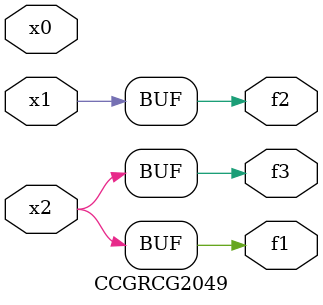
<source format=v>
module CCGRCG2049(
	input x0, x1, x2,
	output f1, f2, f3
);
	assign f1 = x2;
	assign f2 = x1;
	assign f3 = x2;
endmodule

</source>
